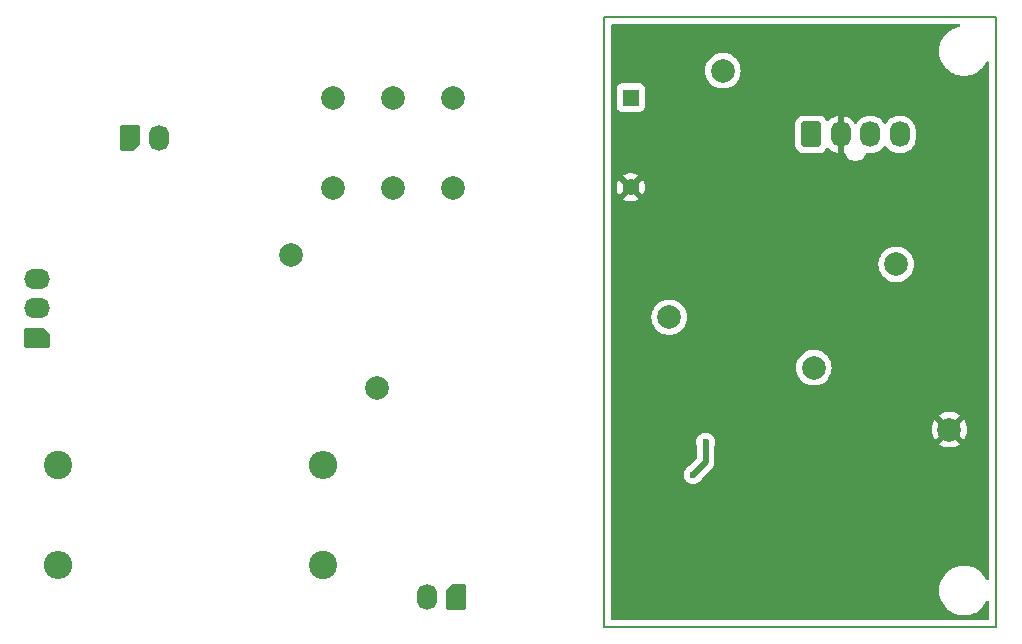
<source format=gbr>
%TF.GenerationSoftware,KiCad,Pcbnew,8.0.5*%
%TF.CreationDate,2025-05-02T16:49:58-07:00*%
%TF.ProjectId,Discharge,44697363-6861-4726-9765-2e6b69636164,rev?*%
%TF.SameCoordinates,Original*%
%TF.FileFunction,Copper,L2,Bot*%
%TF.FilePolarity,Positive*%
%FSLAX46Y46*%
G04 Gerber Fmt 4.6, Leading zero omitted, Abs format (unit mm)*
G04 Created by KiCad (PCBNEW 8.0.5) date 2025-05-02 16:49:58*
%MOMM*%
%LPD*%
G01*
G04 APERTURE LIST*
G04 Aperture macros list*
%AMRoundRect*
0 Rectangle with rounded corners*
0 $1 Rounding radius*
0 $2 $3 $4 $5 $6 $7 $8 $9 X,Y pos of 4 corners*
0 Add a 4 corners polygon primitive as box body*
4,1,4,$2,$3,$4,$5,$6,$7,$8,$9,$2,$3,0*
0 Add four circle primitives for the rounded corners*
1,1,$1+$1,$2,$3*
1,1,$1+$1,$4,$5*
1,1,$1+$1,$6,$7*
1,1,$1+$1,$8,$9*
0 Add four rect primitives between the rounded corners*
20,1,$1+$1,$2,$3,$4,$5,0*
20,1,$1+$1,$4,$5,$6,$7,0*
20,1,$1+$1,$6,$7,$8,$9,0*
20,1,$1+$1,$8,$9,$2,$3,0*%
%AMFreePoly0*
4,1,22,0.945671,0.830970,1.026777,0.776777,1.080970,0.695671,1.100000,0.600000,1.100000,-0.600000,1.080970,-0.695671,1.026777,-0.776777,0.945671,-0.830970,0.850000,-0.850000,-0.450000,-0.850000,-0.545671,-0.830970,-0.626777,-0.776777,-1.026777,-0.376777,-1.080970,-0.295671,-1.100000,-0.200000,-1.100000,0.600000,-1.080970,0.695671,-1.026777,0.776777,-0.945671,0.830970,-0.850000,0.850000,
0.850000,0.850000,0.945671,0.830970,0.945671,0.830970,$1*%
G04 Aperture macros list end*
%TA.AperFunction,NonConductor*%
%ADD10C,0.200000*%
%TD*%
%TA.AperFunction,ComponentPad*%
%ADD11C,2.400000*%
%TD*%
%TA.AperFunction,ComponentPad*%
%ADD12O,2.400000X2.400000*%
%TD*%
%TA.AperFunction,ComponentPad*%
%ADD13C,2.000000*%
%TD*%
%TA.AperFunction,ComponentPad*%
%ADD14RoundRect,0.250000X0.600000X-0.850000X0.600000X0.850000X-0.600000X0.850000X-0.600000X-0.850000X0*%
%TD*%
%TA.AperFunction,ComponentPad*%
%ADD15O,1.700000X2.200000*%
%TD*%
%TA.AperFunction,ComponentPad*%
%ADD16FreePoly0,90.000000*%
%TD*%
%TA.AperFunction,ComponentPad*%
%ADD17FreePoly0,180.000000*%
%TD*%
%TA.AperFunction,ComponentPad*%
%ADD18O,2.200000X1.700000*%
%TD*%
%TA.AperFunction,ComponentPad*%
%ADD19R,1.400000X1.400000*%
%TD*%
%TA.AperFunction,ComponentPad*%
%ADD20C,1.400000*%
%TD*%
%TA.AperFunction,ComponentPad*%
%ADD21FreePoly0,270.000000*%
%TD*%
%TA.AperFunction,ViaPad*%
%ADD22C,0.600000*%
%TD*%
%TA.AperFunction,Conductor*%
%ADD23C,0.500000*%
%TD*%
G04 APERTURE END LIST*
D10*
X160970498Y-64728600D02*
X194187300Y-64728600D01*
X194187300Y-116437843D01*
X160970498Y-116437843D01*
X160970498Y-64728600D01*
D11*
%TO.P,R2,1*%
%TO.N,/TSMP+*%
X137170498Y-111187843D03*
D12*
%TO.P,R2,2*%
%TO.N,/TS+*%
X114770498Y-111187843D03*
%TD*%
D13*
%TO.P,TP1,1,1*%
%TO.N,/IR Final*%
X171043600Y-69291200D03*
%TD*%
D14*
%TO.P,J3,1,Pin_1*%
%TO.N,12v*%
X178520400Y-74693800D03*
D15*
%TO.P,J3,2,Pin_2*%
%TO.N,GLV*%
X181020400Y-74693800D03*
%TO.P,J3,3,Pin_3*%
%TO.N,/RTM*%
X183520400Y-74693800D03*
%TO.P,J3,4,Pin_4*%
%TO.N,/IR Final*%
X186020400Y-74693800D03*
%TD*%
D16*
%TO.P,J4,1,Pin_1*%
%TO.N,/Discharge-*%
X120822400Y-74973200D03*
D15*
%TO.P,J4,2,Pin_2*%
%TO.N,/Discharge+*%
X123322400Y-74973200D03*
%TD*%
D11*
%TO.P,R4,1*%
%TO.N,/TS-*%
X114770498Y-102687843D03*
D12*
%TO.P,R4,2*%
%TO.N,/TSMP-*%
X137170498Y-102687843D03*
%TD*%
D13*
%TO.P,TP2,1,1*%
%TO.N,/5V*%
X178739800Y-94437200D03*
%TD*%
D17*
%TO.P,J1,1,Pin_1*%
%TO.N,/TS-*%
X112997000Y-91908000D03*
D18*
%TO.P,J1,2,Pin_2*%
%TO.N,unconnected-(J1-Pin_2-Pad2)*%
X112997000Y-89408000D03*
%TO.P,J1,3,Pin_3*%
%TO.N,/TS+*%
X112997000Y-86908000D03*
%TD*%
D19*
%TO.P,K1,1*%
%TO.N,/IR Final*%
X163240498Y-71567843D03*
D13*
%TO.P,K1,4*%
%TO.N,unconnected-(K1-Pad4)*%
X148220498Y-71567843D03*
%TO.P,K1,6*%
%TO.N,unconnected-(K1-Pad6)*%
X143140498Y-71567843D03*
%TO.P,K1,8*%
%TO.N,unconnected-(K1-Pad8)*%
X138060498Y-71567843D03*
%TO.P,K1,9*%
%TO.N,unconnected-(K1-Pad9)*%
X138060498Y-79187843D03*
%TO.P,K1,11*%
%TO.N,/Discharge-*%
X143140498Y-79187843D03*
%TO.P,K1,13*%
%TO.N,/Discharge+*%
X148220498Y-79187843D03*
D20*
%TO.P,K1,16*%
%TO.N,GLV*%
X163240498Y-79167843D03*
%TD*%
D13*
%TO.P,TP6,1,1*%
%TO.N,Net-(D1-A)*%
X134470498Y-84937843D03*
%TD*%
%TO.P,TP3,1,1*%
%TO.N,/RTM*%
X185720498Y-85687843D03*
%TD*%
%TO.P,TP4,1,1*%
%TO.N,Net-(U2-VI)*%
X166497000Y-90170000D03*
%TD*%
D21*
%TO.P,J2,1,Pin_1*%
%TO.N,/TSMP-*%
X148470498Y-113867843D03*
D15*
%TO.P,J2,2,Pin_2*%
%TO.N,/TSMP+*%
X145970498Y-113867843D03*
%TD*%
D13*
%TO.P,TP5,1,1*%
%TO.N,GLV*%
X190220498Y-99687843D03*
%TD*%
%TO.P,TP7,1,1*%
%TO.N,Net-(U3-VO)*%
X141720498Y-96133843D03*
%TD*%
D22*
%TO.N,GLV*%
X168770498Y-92323843D03*
X177406498Y-87984343D03*
X177406498Y-105333800D03*
X165031541Y-99618800D03*
X172580498Y-97543800D03*
%TO.N,/5V*%
X169578003Y-100751348D03*
X168516498Y-103499843D03*
%TD*%
D23*
%TO.N,GLV*%
X190220498Y-99687843D02*
X181020400Y-90487745D01*
X181020400Y-90487745D02*
X181020400Y-74693800D01*
%TO.N,/5V*%
X169578003Y-100751348D02*
X169578003Y-102438338D01*
X169578003Y-102438338D02*
X168516498Y-103499843D01*
%TD*%
%TA.AperFunction,Conductor*%
%TO.N,GLV*%
G36*
X191107980Y-65348785D02*
G01*
X191153735Y-65401589D01*
X191163679Y-65470747D01*
X191134654Y-65534303D01*
X191075876Y-65572077D01*
X191057829Y-65575944D01*
X191036842Y-65578829D01*
X191036835Y-65578830D01*
X190829061Y-65637045D01*
X190760142Y-65656356D01*
X190760139Y-65656356D01*
X190760136Y-65656358D01*
X190760135Y-65656358D01*
X190496582Y-65770834D01*
X190251053Y-65920144D01*
X190028150Y-66101489D01*
X189832012Y-66311499D01*
X189666298Y-66546264D01*
X189534094Y-66801406D01*
X189437867Y-67072162D01*
X189437866Y-67072165D01*
X189379401Y-67353519D01*
X189359792Y-67640200D01*
X189379401Y-67926880D01*
X189437866Y-68208234D01*
X189437867Y-68208237D01*
X189534094Y-68478993D01*
X189534093Y-68478993D01*
X189666298Y-68734135D01*
X189832012Y-68968900D01*
X189901579Y-69043387D01*
X190028147Y-69178908D01*
X190251053Y-69360255D01*
X190454142Y-69483757D01*
X190496582Y-69509565D01*
X190683437Y-69590726D01*
X190760142Y-69624044D01*
X191036842Y-69701571D01*
X191287120Y-69735971D01*
X191321521Y-69740700D01*
X191321522Y-69740700D01*
X191608879Y-69740700D01*
X191639570Y-69736481D01*
X191893558Y-69701571D01*
X192170258Y-69624044D01*
X192283215Y-69574979D01*
X192433817Y-69509565D01*
X192433820Y-69509563D01*
X192433825Y-69509561D01*
X192679347Y-69360255D01*
X192902253Y-69178908D01*
X193098389Y-68968898D01*
X193264101Y-68734136D01*
X193352702Y-68563143D01*
X193401023Y-68512677D01*
X193468957Y-68496345D01*
X193534936Y-68519334D01*
X193578013Y-68574344D01*
X193586800Y-68620192D01*
X193586800Y-112329407D01*
X193567115Y-112396446D01*
X193514311Y-112442201D01*
X193445153Y-112452145D01*
X193381597Y-112423120D01*
X193352702Y-112386455D01*
X193264101Y-112215464D01*
X193098387Y-111980699D01*
X193019754Y-111896505D01*
X192902253Y-111770692D01*
X192679347Y-111589345D01*
X192679346Y-111589344D01*
X192433817Y-111440034D01*
X192170263Y-111325558D01*
X192170261Y-111325557D01*
X192170258Y-111325556D01*
X192040778Y-111289277D01*
X191893564Y-111248030D01*
X191893559Y-111248029D01*
X191893558Y-111248029D01*
X191751218Y-111228464D01*
X191608879Y-111208900D01*
X191608878Y-111208900D01*
X191321522Y-111208900D01*
X191321521Y-111208900D01*
X191036842Y-111248029D01*
X191036835Y-111248030D01*
X190829061Y-111306245D01*
X190760142Y-111325556D01*
X190760139Y-111325556D01*
X190760136Y-111325558D01*
X190760135Y-111325558D01*
X190496582Y-111440034D01*
X190251053Y-111589344D01*
X190028150Y-111770689D01*
X189832012Y-111980699D01*
X189666298Y-112215464D01*
X189534094Y-112470606D01*
X189437867Y-112741362D01*
X189437866Y-112741365D01*
X189379401Y-113022719D01*
X189359792Y-113309400D01*
X189379401Y-113596080D01*
X189437866Y-113877434D01*
X189437867Y-113877437D01*
X189534094Y-114148193D01*
X189534093Y-114148193D01*
X189666298Y-114403335D01*
X189832012Y-114638100D01*
X189917123Y-114729231D01*
X190028147Y-114848108D01*
X190112135Y-114916437D01*
X190251053Y-115029455D01*
X190496582Y-115178765D01*
X190683437Y-115259926D01*
X190760142Y-115293244D01*
X191036842Y-115370771D01*
X191287120Y-115405171D01*
X191321521Y-115409900D01*
X191321522Y-115409900D01*
X191608879Y-115409900D01*
X191639570Y-115405681D01*
X191893558Y-115370771D01*
X192170258Y-115293244D01*
X192283215Y-115244179D01*
X192433817Y-115178765D01*
X192433820Y-115178763D01*
X192433825Y-115178761D01*
X192679347Y-115029455D01*
X192902253Y-114848108D01*
X193098389Y-114638098D01*
X193264101Y-114403336D01*
X193352702Y-114232343D01*
X193401023Y-114181877D01*
X193468957Y-114165545D01*
X193534936Y-114188534D01*
X193578013Y-114243544D01*
X193586800Y-114289392D01*
X193586800Y-115713343D01*
X193567115Y-115780382D01*
X193514311Y-115826137D01*
X193462800Y-115837343D01*
X161694998Y-115837343D01*
X161627959Y-115817658D01*
X161582204Y-115764854D01*
X161570998Y-115713343D01*
X161570998Y-103499839D01*
X167710933Y-103499839D01*
X167710933Y-103499846D01*
X167731128Y-103679092D01*
X167731129Y-103679097D01*
X167790709Y-103849366D01*
X167792930Y-103852900D01*
X167886682Y-104002105D01*
X168014236Y-104129659D01*
X168166976Y-104225632D01*
X168337243Y-104285211D01*
X168337248Y-104285212D01*
X168516494Y-104305408D01*
X168516498Y-104305408D01*
X168516502Y-104305408D01*
X168695747Y-104285212D01*
X168695750Y-104285211D01*
X168695753Y-104285211D01*
X168866020Y-104225632D01*
X169018760Y-104129659D01*
X169146314Y-104002105D01*
X169242287Y-103849365D01*
X169242288Y-103849361D01*
X169245309Y-103843089D01*
X169247153Y-103843977D01*
X169269803Y-103807904D01*
X170160955Y-102916754D01*
X170210189Y-102843067D01*
X170243087Y-102793833D01*
X170299661Y-102657251D01*
X170328503Y-102512256D01*
X170328503Y-101051320D01*
X170335461Y-101010365D01*
X170355919Y-100951900D01*
X170363371Y-100930603D01*
X170383568Y-100751348D01*
X170363371Y-100572093D01*
X170303792Y-100401826D01*
X170207819Y-100249086D01*
X170080265Y-100121532D01*
X170026807Y-100087942D01*
X169927526Y-100025559D01*
X169757257Y-99965979D01*
X169757252Y-99965978D01*
X169578007Y-99945783D01*
X169577999Y-99945783D01*
X169398753Y-99965978D01*
X169398748Y-99965979D01*
X169228479Y-100025559D01*
X169075740Y-100121532D01*
X168948187Y-100249085D01*
X168852214Y-100401824D01*
X168792634Y-100572093D01*
X168792633Y-100572098D01*
X168772438Y-100751344D01*
X168772438Y-100751351D01*
X168792633Y-100930597D01*
X168792634Y-100930602D01*
X168820545Y-101010365D01*
X168827503Y-101051320D01*
X168827503Y-102076107D01*
X168807818Y-102143146D01*
X168791184Y-102163788D01*
X168208435Y-102746536D01*
X168172374Y-102769205D01*
X168173254Y-102771031D01*
X168166976Y-102774054D01*
X168014235Y-102870027D01*
X167886682Y-102997580D01*
X167790709Y-103150319D01*
X167731129Y-103320588D01*
X167731128Y-103320593D01*
X167710933Y-103499839D01*
X161570998Y-103499839D01*
X161570998Y-99687837D01*
X188715357Y-99687837D01*
X188715357Y-99687848D01*
X188735883Y-99935572D01*
X188735885Y-99935581D01*
X188796910Y-100176560D01*
X188896764Y-100404207D01*
X188997062Y-100557725D01*
X189737535Y-99817252D01*
X189754573Y-99880836D01*
X189820399Y-99994850D01*
X189913491Y-100087942D01*
X190027505Y-100153768D01*
X190091088Y-100170805D01*
X189350440Y-100911452D01*
X189397266Y-100947898D01*
X189397268Y-100947899D01*
X189615883Y-101066207D01*
X189615894Y-101066212D01*
X189851004Y-101146926D01*
X190096205Y-101187843D01*
X190344791Y-101187843D01*
X190589991Y-101146926D01*
X190825101Y-101066212D01*
X190825112Y-101066207D01*
X191043726Y-100947900D01*
X191043729Y-100947898D01*
X191090554Y-100911452D01*
X190349907Y-100170805D01*
X190413491Y-100153768D01*
X190527505Y-100087942D01*
X190620597Y-99994850D01*
X190686423Y-99880836D01*
X190703460Y-99817252D01*
X191443932Y-100557725D01*
X191544229Y-100404212D01*
X191644085Y-100176560D01*
X191705110Y-99935581D01*
X191705112Y-99935572D01*
X191725639Y-99687848D01*
X191725639Y-99687837D01*
X191705112Y-99440113D01*
X191705110Y-99440104D01*
X191644085Y-99199125D01*
X191544229Y-98971473D01*
X191443932Y-98817959D01*
X190703460Y-99558432D01*
X190686423Y-99494850D01*
X190620597Y-99380836D01*
X190527505Y-99287744D01*
X190413491Y-99221918D01*
X190349908Y-99204880D01*
X191090555Y-98464233D01*
X191090554Y-98464232D01*
X191043727Y-98427786D01*
X190825112Y-98309478D01*
X190825101Y-98309473D01*
X190589991Y-98228759D01*
X190344791Y-98187843D01*
X190096205Y-98187843D01*
X189851004Y-98228759D01*
X189615894Y-98309473D01*
X189615888Y-98309475D01*
X189397259Y-98427792D01*
X189350440Y-98464231D01*
X189350440Y-98464233D01*
X190091088Y-99204880D01*
X190027505Y-99221918D01*
X189913491Y-99287744D01*
X189820399Y-99380836D01*
X189754573Y-99494850D01*
X189737535Y-99558432D01*
X188997062Y-98817959D01*
X188896765Y-98971475D01*
X188796910Y-99199125D01*
X188735885Y-99440104D01*
X188735883Y-99440113D01*
X188715357Y-99687837D01*
X161570998Y-99687837D01*
X161570998Y-94437194D01*
X177234157Y-94437194D01*
X177234157Y-94437205D01*
X177254690Y-94685012D01*
X177254692Y-94685024D01*
X177315736Y-94926081D01*
X177415626Y-95153806D01*
X177551633Y-95361982D01*
X177551636Y-95361985D01*
X177720056Y-95544938D01*
X177916291Y-95697674D01*
X178134990Y-95816028D01*
X178370186Y-95896771D01*
X178615465Y-95937700D01*
X178864135Y-95937700D01*
X179109414Y-95896771D01*
X179344610Y-95816028D01*
X179563309Y-95697674D01*
X179759544Y-95544938D01*
X179927964Y-95361985D01*
X180063973Y-95153807D01*
X180163863Y-94926081D01*
X180224908Y-94685021D01*
X180245443Y-94437200D01*
X180224908Y-94189379D01*
X180163863Y-93948319D01*
X180063973Y-93720593D01*
X179927966Y-93512417D01*
X179906357Y-93488944D01*
X179759544Y-93329462D01*
X179563309Y-93176726D01*
X179563307Y-93176725D01*
X179563306Y-93176724D01*
X179344611Y-93058372D01*
X179344602Y-93058369D01*
X179109416Y-92977629D01*
X178864135Y-92936700D01*
X178615465Y-92936700D01*
X178370183Y-92977629D01*
X178134997Y-93058369D01*
X178134988Y-93058372D01*
X177916293Y-93176724D01*
X177720057Y-93329461D01*
X177551633Y-93512417D01*
X177415626Y-93720593D01*
X177315736Y-93948318D01*
X177254692Y-94189375D01*
X177254690Y-94189387D01*
X177234157Y-94437194D01*
X161570998Y-94437194D01*
X161570998Y-90169994D01*
X164991357Y-90169994D01*
X164991357Y-90170005D01*
X165011890Y-90417812D01*
X165011892Y-90417824D01*
X165072936Y-90658881D01*
X165172826Y-90886606D01*
X165308833Y-91094782D01*
X165308836Y-91094785D01*
X165477256Y-91277738D01*
X165673491Y-91430474D01*
X165892190Y-91548828D01*
X166127386Y-91629571D01*
X166372665Y-91670500D01*
X166621335Y-91670500D01*
X166866614Y-91629571D01*
X167101810Y-91548828D01*
X167320509Y-91430474D01*
X167516744Y-91277738D01*
X167685164Y-91094785D01*
X167821173Y-90886607D01*
X167921063Y-90658881D01*
X167982108Y-90417821D01*
X168002643Y-90170000D01*
X167982108Y-89922179D01*
X167921063Y-89681119D01*
X167821173Y-89453393D01*
X167685166Y-89245217D01*
X167663557Y-89221744D01*
X167516744Y-89062262D01*
X167320509Y-88909526D01*
X167320507Y-88909525D01*
X167320506Y-88909524D01*
X167101811Y-88791172D01*
X167101802Y-88791169D01*
X166866616Y-88710429D01*
X166621335Y-88669500D01*
X166372665Y-88669500D01*
X166127383Y-88710429D01*
X165892197Y-88791169D01*
X165892188Y-88791172D01*
X165673493Y-88909524D01*
X165477257Y-89062261D01*
X165308833Y-89245217D01*
X165172826Y-89453393D01*
X165072936Y-89681118D01*
X165011892Y-89922175D01*
X165011890Y-89922187D01*
X164991357Y-90169994D01*
X161570998Y-90169994D01*
X161570998Y-85687837D01*
X184214855Y-85687837D01*
X184214855Y-85687848D01*
X184235388Y-85935655D01*
X184235390Y-85935667D01*
X184296434Y-86176724D01*
X184396324Y-86404449D01*
X184532331Y-86612625D01*
X184532334Y-86612628D01*
X184700754Y-86795581D01*
X184896989Y-86948317D01*
X185115688Y-87066671D01*
X185350884Y-87147414D01*
X185596163Y-87188343D01*
X185844833Y-87188343D01*
X186090112Y-87147414D01*
X186325308Y-87066671D01*
X186544007Y-86948317D01*
X186740242Y-86795581D01*
X186908662Y-86612628D01*
X187044671Y-86404450D01*
X187144561Y-86176724D01*
X187205606Y-85935664D01*
X187205607Y-85935655D01*
X187226141Y-85687848D01*
X187226141Y-85687837D01*
X187205607Y-85440030D01*
X187205605Y-85440018D01*
X187144561Y-85198961D01*
X187044671Y-84971236D01*
X186908664Y-84763060D01*
X186822267Y-84669208D01*
X186740242Y-84580105D01*
X186544007Y-84427369D01*
X186544005Y-84427368D01*
X186544004Y-84427367D01*
X186325309Y-84309015D01*
X186325300Y-84309012D01*
X186090114Y-84228272D01*
X185844833Y-84187343D01*
X185596163Y-84187343D01*
X185350881Y-84228272D01*
X185115695Y-84309012D01*
X185115686Y-84309015D01*
X184896991Y-84427367D01*
X184700755Y-84580104D01*
X184532331Y-84763060D01*
X184396324Y-84971236D01*
X184296434Y-85198961D01*
X184235390Y-85440018D01*
X184235388Y-85440030D01*
X184214855Y-85687837D01*
X161570998Y-85687837D01*
X161570998Y-80174722D01*
X162587170Y-80174722D01*
X162587170Y-80174723D01*
X162703319Y-80246640D01*
X162703320Y-80246641D01*
X162910693Y-80326977D01*
X163129305Y-80367843D01*
X163351691Y-80367843D01*
X163570307Y-80326976D01*
X163777666Y-80246644D01*
X163777679Y-80246638D01*
X163893824Y-80174722D01*
X163240499Y-79521396D01*
X163240498Y-79521396D01*
X162587170Y-80174722D01*
X161570998Y-80174722D01*
X161570998Y-79167842D01*
X162035357Y-79167842D01*
X162035357Y-79167843D01*
X162055876Y-79389282D01*
X162116738Y-79603193D01*
X162215867Y-79802271D01*
X162231635Y-79823151D01*
X162231636Y-79823151D01*
X162886945Y-79167843D01*
X162840867Y-79121765D01*
X162890498Y-79121765D01*
X162890498Y-79213921D01*
X162914350Y-79302938D01*
X162960428Y-79382748D01*
X163025593Y-79447913D01*
X163105403Y-79493991D01*
X163194420Y-79517843D01*
X163286576Y-79517843D01*
X163375593Y-79493991D01*
X163455403Y-79447913D01*
X163520568Y-79382748D01*
X163566646Y-79302938D01*
X163590498Y-79213921D01*
X163590498Y-79167842D01*
X163594051Y-79167842D01*
X163594051Y-79167843D01*
X164249359Y-79823151D01*
X164265129Y-79802268D01*
X164265131Y-79802265D01*
X164364257Y-79603193D01*
X164425119Y-79389282D01*
X164445639Y-79167843D01*
X164445639Y-79167842D01*
X164425119Y-78946403D01*
X164364257Y-78732492D01*
X164265133Y-78533423D01*
X164265128Y-78533415D01*
X164249358Y-78512533D01*
X163594051Y-79167842D01*
X163590498Y-79167842D01*
X163590498Y-79121765D01*
X163566646Y-79032748D01*
X163520568Y-78952938D01*
X163455403Y-78887773D01*
X163375593Y-78841695D01*
X163286576Y-78817843D01*
X163194420Y-78817843D01*
X163105403Y-78841695D01*
X163025593Y-78887773D01*
X162960428Y-78952938D01*
X162914350Y-79032748D01*
X162890498Y-79121765D01*
X162840867Y-79121765D01*
X162231636Y-78512534D01*
X162231635Y-78512534D01*
X162215866Y-78533417D01*
X162116738Y-78732492D01*
X162055876Y-78946403D01*
X162035357Y-79167842D01*
X161570998Y-79167842D01*
X161570998Y-78160962D01*
X162587169Y-78160962D01*
X163240498Y-78814290D01*
X163240499Y-78814290D01*
X163893825Y-78160962D01*
X163777676Y-78089045D01*
X163777675Y-78089044D01*
X163570302Y-78008708D01*
X163351691Y-77967843D01*
X163129305Y-77967843D01*
X162910693Y-78008708D01*
X162703322Y-78089043D01*
X162703321Y-78089044D01*
X162587169Y-78160962D01*
X161570998Y-78160962D01*
X161570998Y-73793783D01*
X177169900Y-73793783D01*
X177169900Y-75593801D01*
X177169901Y-75593818D01*
X177180400Y-75696596D01*
X177180401Y-75696599D01*
X177205100Y-75771134D01*
X177235586Y-75863134D01*
X177327688Y-76012456D01*
X177451744Y-76136512D01*
X177601066Y-76228614D01*
X177767603Y-76283799D01*
X177870391Y-76294300D01*
X179170408Y-76294299D01*
X179273197Y-76283799D01*
X179439734Y-76228614D01*
X179589056Y-76136512D01*
X179713112Y-76012456D01*
X179805214Y-75863134D01*
X179805214Y-75863131D01*
X179808848Y-75857241D01*
X179860795Y-75810516D01*
X179929758Y-75799293D01*
X179993840Y-75827136D01*
X180002068Y-75834656D01*
X180140935Y-75973523D01*
X180140940Y-75973527D01*
X180312842Y-76098420D01*
X180502182Y-76194895D01*
X180704271Y-76260557D01*
X180770400Y-76271031D01*
X180770400Y-75242282D01*
X180788809Y-75252911D01*
X180941409Y-75293800D01*
X181099391Y-75293800D01*
X181251991Y-75252911D01*
X181270400Y-75242282D01*
X181270400Y-76271030D01*
X181289811Y-76267956D01*
X181359104Y-76276910D01*
X181412557Y-76321906D01*
X181423771Y-76342977D01*
X181472383Y-76460340D01*
X181472390Y-76460353D01*
X181570935Y-76607834D01*
X181570938Y-76607838D01*
X181696361Y-76733261D01*
X181696365Y-76733264D01*
X181843846Y-76831809D01*
X181843859Y-76831816D01*
X181966763Y-76882723D01*
X182007734Y-76899694D01*
X182007736Y-76899694D01*
X182007741Y-76899696D01*
X182181704Y-76934299D01*
X182181707Y-76934300D01*
X182181709Y-76934300D01*
X182359093Y-76934300D01*
X182359094Y-76934299D01*
X182417082Y-76922764D01*
X182533058Y-76899696D01*
X182533061Y-76899694D01*
X182533066Y-76899694D01*
X182696947Y-76831813D01*
X182844435Y-76733264D01*
X182969864Y-76607835D01*
X183068413Y-76460347D01*
X183116832Y-76343453D01*
X183160673Y-76289049D01*
X183226967Y-76266984D01*
X183250789Y-76268431D01*
X183414113Y-76294300D01*
X183414114Y-76294300D01*
X183626686Y-76294300D01*
X183626687Y-76294300D01*
X183836643Y-76261046D01*
X184038812Y-76195357D01*
X184228216Y-76098851D01*
X184250189Y-76082886D01*
X184400186Y-75973909D01*
X184400188Y-75973906D01*
X184400192Y-75973904D01*
X184550504Y-75823592D01*
X184670083Y-75659004D01*
X184725411Y-75616340D01*
X184795024Y-75610361D01*
X184856820Y-75642966D01*
X184870713Y-75658999D01*
X184972642Y-75799293D01*
X184990296Y-75823592D01*
X185140613Y-75973909D01*
X185312579Y-76098848D01*
X185312581Y-76098849D01*
X185312584Y-76098851D01*
X185501988Y-76195357D01*
X185704157Y-76261046D01*
X185914113Y-76294300D01*
X185914114Y-76294300D01*
X186126686Y-76294300D01*
X186126687Y-76294300D01*
X186336643Y-76261046D01*
X186538812Y-76195357D01*
X186728216Y-76098851D01*
X186750189Y-76082886D01*
X186900186Y-75973909D01*
X186900188Y-75973906D01*
X186900192Y-75973904D01*
X187050504Y-75823592D01*
X187050506Y-75823588D01*
X187050509Y-75823586D01*
X187175448Y-75651620D01*
X187175447Y-75651620D01*
X187175451Y-75651616D01*
X187271957Y-75462212D01*
X187337646Y-75260043D01*
X187370900Y-75050087D01*
X187370900Y-74337513D01*
X187337646Y-74127557D01*
X187271957Y-73925388D01*
X187175451Y-73735984D01*
X187175449Y-73735981D01*
X187175448Y-73735979D01*
X187050509Y-73564013D01*
X186900186Y-73413690D01*
X186728220Y-73288751D01*
X186538814Y-73192244D01*
X186538813Y-73192243D01*
X186538812Y-73192243D01*
X186336643Y-73126554D01*
X186336641Y-73126553D01*
X186336640Y-73126553D01*
X186175357Y-73101008D01*
X186126687Y-73093300D01*
X185914113Y-73093300D01*
X185865442Y-73101008D01*
X185704160Y-73126553D01*
X185501985Y-73192244D01*
X185312579Y-73288751D01*
X185140613Y-73413690D01*
X184990294Y-73564009D01*
X184990290Y-73564014D01*
X184870718Y-73728593D01*
X184815389Y-73771259D01*
X184745775Y-73777238D01*
X184683980Y-73744633D01*
X184670082Y-73728593D01*
X184550509Y-73564014D01*
X184550505Y-73564009D01*
X184400186Y-73413690D01*
X184228220Y-73288751D01*
X184038814Y-73192244D01*
X184038813Y-73192243D01*
X184038812Y-73192243D01*
X183836643Y-73126554D01*
X183836641Y-73126553D01*
X183836640Y-73126553D01*
X183675357Y-73101008D01*
X183626687Y-73093300D01*
X183414113Y-73093300D01*
X183365442Y-73101008D01*
X183204160Y-73126553D01*
X183001985Y-73192244D01*
X182812579Y-73288751D01*
X182640613Y-73413690D01*
X182490294Y-73564009D01*
X182490290Y-73564014D01*
X182370408Y-73729018D01*
X182315078Y-73771684D01*
X182245465Y-73777663D01*
X182183670Y-73745057D01*
X182169772Y-73729018D01*
X182050127Y-73564340D01*
X182050123Y-73564335D01*
X181899864Y-73414076D01*
X181899859Y-73414072D01*
X181727957Y-73289179D01*
X181538615Y-73192703D01*
X181336524Y-73127041D01*
X181270400Y-73116568D01*
X181270400Y-74145317D01*
X181251991Y-74134689D01*
X181099391Y-74093800D01*
X180941409Y-74093800D01*
X180788809Y-74134689D01*
X180770400Y-74145317D01*
X180770400Y-73116568D01*
X180770399Y-73116568D01*
X180704275Y-73127041D01*
X180502184Y-73192703D01*
X180312842Y-73289179D01*
X180140941Y-73414071D01*
X180002068Y-73552944D01*
X179940745Y-73586428D01*
X179871053Y-73581444D01*
X179815120Y-73539572D01*
X179808848Y-73530358D01*
X179713112Y-73375144D01*
X179589057Y-73251089D01*
X179589056Y-73251088D01*
X179439734Y-73158986D01*
X179273197Y-73103801D01*
X179273195Y-73103800D01*
X179170410Y-73093300D01*
X177870398Y-73093300D01*
X177870381Y-73093301D01*
X177767603Y-73103800D01*
X177767600Y-73103801D01*
X177601068Y-73158985D01*
X177601063Y-73158987D01*
X177451742Y-73251089D01*
X177327689Y-73375142D01*
X177235587Y-73524463D01*
X177235585Y-73524468D01*
X177230580Y-73539572D01*
X177180401Y-73691003D01*
X177180401Y-73691004D01*
X177180400Y-73691004D01*
X177169900Y-73793783D01*
X161570998Y-73793783D01*
X161570998Y-70819978D01*
X162039998Y-70819978D01*
X162039998Y-72315713D01*
X162039999Y-72315719D01*
X162046406Y-72375326D01*
X162096700Y-72510171D01*
X162096704Y-72510178D01*
X162182950Y-72625387D01*
X162182953Y-72625390D01*
X162298162Y-72711636D01*
X162298169Y-72711640D01*
X162433015Y-72761934D01*
X162433014Y-72761934D01*
X162439942Y-72762678D01*
X162492625Y-72768343D01*
X163988370Y-72768342D01*
X164047981Y-72761934D01*
X164182829Y-72711639D01*
X164298044Y-72625389D01*
X164384294Y-72510174D01*
X164434589Y-72375326D01*
X164440998Y-72315716D01*
X164440997Y-70819971D01*
X164434589Y-70760360D01*
X164431012Y-70750770D01*
X164384295Y-70625514D01*
X164384291Y-70625507D01*
X164298045Y-70510298D01*
X164298042Y-70510295D01*
X164182833Y-70424049D01*
X164182826Y-70424045D01*
X164047980Y-70373751D01*
X164047981Y-70373751D01*
X163988381Y-70367344D01*
X163988379Y-70367343D01*
X163988371Y-70367343D01*
X163988362Y-70367343D01*
X162492627Y-70367343D01*
X162492621Y-70367344D01*
X162433014Y-70373751D01*
X162298169Y-70424045D01*
X162298162Y-70424049D01*
X162182953Y-70510295D01*
X162182950Y-70510298D01*
X162096704Y-70625507D01*
X162096700Y-70625514D01*
X162046406Y-70760360D01*
X162043037Y-70791700D01*
X162039999Y-70819966D01*
X162039998Y-70819978D01*
X161570998Y-70819978D01*
X161570998Y-69291194D01*
X169537957Y-69291194D01*
X169537957Y-69291205D01*
X169558490Y-69539012D01*
X169558492Y-69539024D01*
X169619536Y-69780081D01*
X169719426Y-70007806D01*
X169855433Y-70215982D01*
X169855436Y-70215985D01*
X170023856Y-70398938D01*
X170220091Y-70551674D01*
X170438790Y-70670028D01*
X170673986Y-70750771D01*
X170919265Y-70791700D01*
X171167935Y-70791700D01*
X171413214Y-70750771D01*
X171648410Y-70670028D01*
X171867109Y-70551674D01*
X172063344Y-70398938D01*
X172231764Y-70215985D01*
X172367773Y-70007807D01*
X172467663Y-69780081D01*
X172528708Y-69539021D01*
X172531149Y-69509561D01*
X172549243Y-69291205D01*
X172549243Y-69291194D01*
X172528709Y-69043387D01*
X172528707Y-69043375D01*
X172467663Y-68802318D01*
X172367773Y-68574593D01*
X172231766Y-68366417D01*
X172210157Y-68342944D01*
X172063344Y-68183462D01*
X171867109Y-68030726D01*
X171867107Y-68030725D01*
X171867106Y-68030724D01*
X171648411Y-67912372D01*
X171648402Y-67912369D01*
X171413216Y-67831629D01*
X171167935Y-67790700D01*
X170919265Y-67790700D01*
X170673983Y-67831629D01*
X170438797Y-67912369D01*
X170438788Y-67912372D01*
X170220093Y-68030724D01*
X170023857Y-68183461D01*
X169855433Y-68366417D01*
X169719426Y-68574593D01*
X169619536Y-68802318D01*
X169558492Y-69043375D01*
X169558490Y-69043387D01*
X169537957Y-69291194D01*
X161570998Y-69291194D01*
X161570998Y-65453100D01*
X161590683Y-65386061D01*
X161643487Y-65340306D01*
X161694998Y-65329100D01*
X191040941Y-65329100D01*
X191107980Y-65348785D01*
G37*
%TD.AperFunction*%
%TD*%
M02*

</source>
